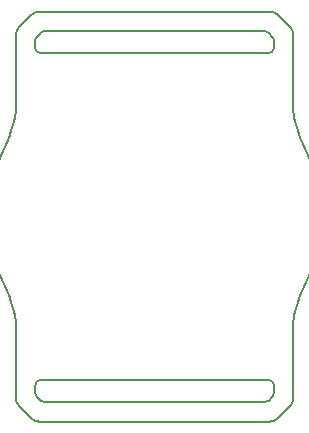
<source format=gbr>
%TF.GenerationSoftware,KiCad,Pcbnew,7.0.9*%
%TF.CreationDate,2023-11-22T13:55:22-05:00*%
%TF.ProjectId,watch,77617463-682e-46b6-9963-61645f706362,rev?*%
%TF.SameCoordinates,Original*%
%TF.FileFunction,Profile,NP*%
%FSLAX45Y45*%
G04 Gerber Fmt 4.5, Leading zero omitted, Abs format (unit mm)*
G04 Created by KiCad (PCBNEW 7.0.9) date 2023-11-22 13:55:22*
%MOMM*%
%LPD*%
G01*
G04 APERTURE LIST*
%TA.AperFunction,Profile*%
%ADD10C,0.200000*%
%TD*%
G04 APERTURE END LIST*
D10*
X1145710Y-1606598D02*
G75*
G03*
X1175000Y-1535888I-70700J70708D01*
G01*
X1012500Y-1489289D02*
X1012500Y-1432500D01*
X-1145711Y-1606599D02*
X-1046599Y-1705711D01*
X-1012500Y1489289D02*
X-1012500Y1432500D01*
X-1220293Y-697227D02*
G75*
G03*
X-1236437Y-656676I-192782J-53262D01*
G01*
X1046598Y1705709D02*
G75*
G03*
X975888Y1735000I-70708J-70700D01*
G01*
X929289Y1572500D02*
X-929289Y1572500D01*
X1175000Y888287D02*
X1175000Y1535888D01*
X964645Y1557856D02*
G75*
G03*
X929289Y1572500I-35355J-35356D01*
G01*
X-964645Y-1557855D02*
G75*
G03*
X-929289Y-1572500I35355J35355D01*
G01*
X-929289Y-1572500D02*
X929289Y-1572500D01*
X-964645Y1557855D02*
X-997855Y1524645D01*
X-1175000Y-1535888D02*
G75*
G03*
X-1145711Y-1606599I99999J0D01*
G01*
X-1145711Y1606599D02*
G75*
G03*
X-1175000Y1535888I70710J-70710D01*
G01*
X-962500Y1382500D02*
X962500Y1382500D01*
X1175000Y888287D02*
G75*
G03*
X1182222Y835026I199950J-7D01*
G01*
X975888Y-1734996D02*
G75*
G03*
X1046599Y-1705711I2J100006D01*
G01*
X-1012500Y1432500D02*
G75*
G03*
X-962500Y1382500I50000J0D01*
G01*
X1220294Y697227D02*
G75*
G03*
X1236437Y656676I192716J53233D01*
G01*
X1236437Y-656676D02*
G75*
G03*
X1220293Y-697227I176693J-93834D01*
G01*
X-1236437Y656676D02*
G75*
G03*
X-1236437Y-656676I1236437J-656676D01*
G01*
X1012500Y1432500D02*
X1012500Y1489289D01*
X-1046599Y-1705711D02*
G75*
G03*
X-975888Y-1735000I70710J70710D01*
G01*
X-1182222Y835026D02*
G75*
G03*
X-1175000Y888287I-192776J53260D01*
G01*
X-975888Y1735000D02*
G75*
G03*
X-1046599Y1705711I0J-99999D01*
G01*
X962500Y-1382500D02*
X-962500Y-1382500D01*
X-975888Y-1735000D02*
X975888Y-1735000D01*
X962500Y1382500D02*
G75*
G03*
X1012500Y1432500I0J50000D01*
G01*
X-1175000Y-888287D02*
G75*
G03*
X-1182222Y-835026I-199998J0D01*
G01*
X997856Y-1524645D02*
G75*
G03*
X1012500Y-1489289I-35356J35355D01*
G01*
X1046599Y-1705711D02*
X1145711Y-1606599D01*
X-929289Y1572500D02*
G75*
G03*
X-964645Y1557855I0J-50000D01*
G01*
X1012500Y-1432500D02*
G75*
G03*
X962500Y-1382500I-50000J0D01*
G01*
X-1236437Y656676D02*
G75*
G03*
X-1220293Y697227I-176637J93812D01*
G01*
X1236437Y-656676D02*
G75*
G03*
X1236437Y656676I-1236437J656676D01*
G01*
X-1220293Y-697227D02*
X-1182222Y-835026D01*
X-1175000Y1535888D02*
X-1175000Y888287D01*
X1012499Y1489289D02*
G75*
G03*
X997855Y1524645I-50000J1D01*
G01*
X1182221Y-835026D02*
G75*
G03*
X1175000Y-888287I192829J-53264D01*
G01*
X929289Y-1572499D02*
G75*
G03*
X964645Y-1557855I1J50000D01*
G01*
X-997855Y-1524645D02*
X-964645Y-1557855D01*
X-962500Y-1382500D02*
G75*
G03*
X-1012500Y-1432500I0J-50000D01*
G01*
X-1012500Y-1432500D02*
X-1012500Y-1489289D01*
X-1182222Y835026D02*
X-1220293Y697227D01*
X997855Y1524645D02*
X964645Y1557855D01*
X1145711Y1606599D02*
X1046599Y1705711D01*
X-1175000Y-888287D02*
X-1175000Y-1535888D01*
X1175000Y-1535888D02*
X1175000Y-888287D01*
X1182222Y-835026D02*
X1220293Y-697227D01*
X-1046599Y1705711D02*
X-1145711Y1606599D01*
X-997855Y1524645D02*
G75*
G03*
X-1012500Y1489289I35355J-35355D01*
G01*
X1220293Y697227D02*
X1182222Y835026D01*
X975888Y1735000D02*
X-975888Y1735000D01*
X-1012500Y-1489289D02*
G75*
G03*
X-997855Y-1524645I50000J0D01*
G01*
X964645Y-1557855D02*
X997855Y-1524645D01*
X1174996Y1535888D02*
G75*
G03*
X1145711Y1606599I-100006J2D01*
G01*
M02*

</source>
